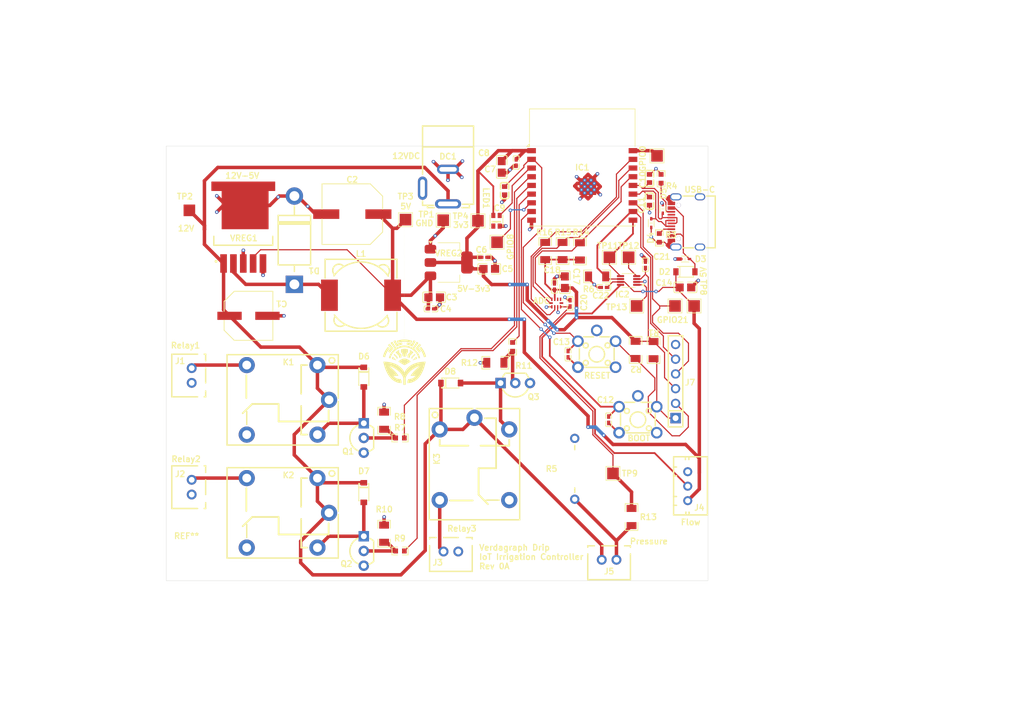
<source format=kicad_pcb>
(kicad_pcb (version 20241229) (generator "pcbnew") (generator_version "9.0")
  (layers (0 "F.Cu" signal) (2 "B.Cu" signal) (13 "F.Paste" user) (15 "B.Paste" user) (5 "F.SilkS" user "F.Silkscreen") (7 "B.SilkS" user "B.Silkscreen") (1 "F.Mask" user) (3 "B.Mask" user) (25 "Edge.Cuts" user))
  (net 0 "")
  (net 1 "GND")
  (net 2 "+12V")
  (net 3 "+5V")
  (net 4 "+3.3V")
  (net 5 "CHIP_PU")
  (net 6 "D+")
  (net 7 "D-")
  (net 8 "GPIO9")
  (net 9 "Net-(D1-K)")
  (net 10 "Net-(D2-A)")
  (net 11 "Net-(D6-A)")
  (net 12 "Net-(D7-A)")
  (net 13 "Net-(D8-A)")
  (net 15 "SDA")
  (net 16 "Relay2")
  (net 17 "Relay1")
  (net 18 "SCLK")
  (net 19 "RGB")
  (net 20 "Relay3")
  (net 21 "Flow Sensor Enable")
  (net 22 "Flow Sensor Data")
  (net 23 "Net-(IC2-B2)")
  (net 24 "Net-(IC2-B1)")
  (net 25 "Net-(IC2-A2)")
  (net 30 "Net-(Q1-B)")
  (net 31 "Net-(Q2-B)")
  (net 32 "Net-(Q3-B)")
  (net 33 "Net-(USBC1-CC1)")
  (net 34 "Net-(USBC1-CC2)")
  (net 37 "Net-(J1-Pin_1)")
  (net 38 "Net-(J2-Pin_1)")
  (net 39 "Net-(J3-Pin_1)")
  (net 40 "Net-(J5-Pin_2)")
  (net 41 "Net-(IC1-IO8)")
  (net 42 "IO21")
  (net 43 "Pressure Sensor Voltage")
  (net 44 "Net-(IC1-IO0)")
  (net 45 "ADC Alert")
  (footprint "TestPoint:TestPoint_Pad_2.0x2.0mm" (layer "F.Cu") (at 193.08 89.1)
    (property "Reference" "GPIO21")
    (property "Value" "~")
  )
  (footprint "easyeda2kicad:R1206" (layer "F.Cu") (at 179.645 84)
    (property "Reference" "R6")
    (property "Value" "10000")
  )
  (footprint "easyeda2kicad:CONN-TH_B2B-XH-A-LF-SN" (layer "F.Cu") (at 154.41 131.4725 180)
    (property "Reference" "J3")
    (property "Value" "Conn_01x02_Socket")
  )
  (footprint "TestPoint:TestPoint_Pad_2.0x2.0mm" (layer "F.Cu") (at 159.08 74.4)
    (property "Reference" "TP4")
    (property "Value" "TestPoint" (hide yes))
  )
  (footprint "easyeda2kicad:C0402" (layer "F.Cu") (at 187.98 82 -90)
    (property "Reference" "C21")
    (property "Value" "0.1uF")
  )
  (footprint "easyeda2kicad:TO-92-3_L4.8-W3.7-P2.54-R" (layer "F.Cu") (at 139.38 111.88 90)
    (property "Reference" "Q1")
    (property "Value" "BC337")
  )
  (footprint "easyeda2kicad:R0603" (layer "F.Cu") (at 190.38 77.35 -90)
    (property "Reference" "R3")
    (property "Value" "5100")
  )
  (footprint "easyeda2kicad:SW-TH_5P-L6.0-W6.0-P4.50-LS6.5" (layer "F.Cu") (at 179.58 96.5 180)
    (property "Reference" "SW2" (hide yes))
    (property "Value" "SW_Push" (hide yes))
  )
  (footprint "easyeda2kicad:SOD-123_L2.7-W1.6-LS3.7-RD" (layer "F.Cu") (at 194.88 83.2)
    (property "Reference" "D2")
    (property "Value" "1N5819")
  )
  (footprint "easyeda2kicad:CONN-TH_3P-P2.50_A2501WV2-3P" (layer "F.Cu") (at 195.28 120.2 90)
    (property "Reference" "J4")
    (property "Value" "Conn_01x03_Socket")
  )
  (footprint "easyeda2kicad:C0402" (layer "F.Cu") (at 181.63 108.73 -90)
    (property "Reference" "C12")
    (property "Value" "0.1uF")
  )
  (footprint "TestPoint:TestPoint_Pad_2.0x2.0mm" (layer "F.Cu") (at 162.38 78.1)
    (property "Reference" "GPIO8")
    (property "Value" "~")
  )
  (footprint "easyeda2kicad:IND-SMD_L12.3-W12.3" (layer "F.Cu") (at 138.9 87.25)
    (property "Reference" "L1")
    (property "Value" "330uH")
  )
  (footprint "easyeda2kicad:C0805" (layer "F.Cu") (at 163.18 65.1 90)
    (property "Reference" "C7")
    (property "Value" "10uF")
  )
  (footprint "easyeda2kicad:C0402" (layer "F.Cu") (at 174.98 88.65 90)
    (property "Reference" "C20")
    (property "Value" "0.1uF")
  )
  (footprint "easyeda2kicad:X2QFN-10_L2.0-W1.5-P0.50-TL_RUG0010B" (layer "F.Cu") (at 172.58 88.6 90)
    (property "Reference" "U1" (hide yes))
    (property "Value" "ADS1115IRUGT")
  )
  (footprint "easyeda2kicad:C0603" (layer "F.Cu") (at 188.68 67.1 90)
    (property "Reference" "C10")
    (property "Value" "22pF")
  )
  (footprint "easyeda2kicad:R1206" (layer "F.Cu") (at 176.68 79.68 -90)
    (property "Reference" "R14")
    (property "Value" "10000")
  )
  (footprint "easyeda2kicad:RES-TH_BD2.2-L6.5-P10.50-D0.6" (layer "F.Cu") (at 175.78 117.2 90)
    (property "Reference" "R5")
    (property "Value" "120")
  )
  (footprint "RF_Module:ESP32-C3-WROOM-02" (layer "F.Cu") (at 177.08 68.3)
    (property "Reference" "IC1")
    (property "Value" "ESP32-C3-WROOM-02-H4")
  )
  (footprint "Package_SO:VSSOP-8_2.3x2mm_P0.5mm" (layer "F.Cu") (at 185.08 84.7 180)
    (property "Reference" "IC2")
    (property "Value" "TXS0102DCU")
  )
  (footprint "MountingHole:MountingHole_3.2mm_M3" (layer "F.Cu") (at 108.8 133)
    (property "Reference" "REF**")
    (property "Value" "MountingHole_3.2mm_M3")
  )
  (footprint "TestPoint:TestPoint_Pad_2.0x2.0mm" (layer "F.Cu") (at 186.465 89.1 -90)
    (property "Reference" "TP13")
    (property "Value" "TestPoint" (hide yes))
  )
  (footprint "easyeda2kicad:SOD-523_L1.2-W0.8-LS1.6-BI" (layer "F.Cu") (at 190.98 72.35 -90)
    (property "Reference" "D5")
    (property "Value" "LESD5D5.0CT1G")
  )
  (footprint "easyeda2kicad:TO-92-3_L4.8-W3.7-P2.54-R" (layer "F.Cu") (at 165.52 102.4 180)
    (property "Reference" "Q3")
    (property "Value" "BC337")
  )
  (footprint "MountingHole:MountingHole_3.2mm_M3" (layer "F.Cu") (at 108.8 65)
    (property "Reference" "REF**" (hide yes))
    (property "Value" "MountingHole_3.2mm_M3")
  )
  (footprint "easyeda2kicad:RELAY-TH_SRD-XXVDC-XL-C" (layer "F.Cu") (at 126.28 124.8 180)
    (property "Reference" "K2")
    (property "Value" "SRD-12VDC-SL-C")
  )
  (footprint "TestPoint:TestPoint_Pad_2.0x2.0mm" (layer "F.Cu") (at 182.38 118)
    (property "Reference" "TP9")
    (property "Value" "TestPoint" (hide yes))
  )
  (footprint "easyeda2kicad:TO-92-3_L4.8-W3.7-P2.54-R" (layer "F.Cu") (at 139.38 131.38 90)
    (property "Reference" "Q2")
    (property "Value" "BC337")
  )
  (footprint "TestPoint:TestPoint_Pad_2.0x2.0mm" (layer "F.Cu") (at 109.28 72.6)
    (property "Reference" "TP2")
    (property "Value" "~" (hide yes))
  )
  (footprint "easyeda2kicad:R1206" (layer "F.Cu") (at 189.38 96.72 -90)
    (property "Reference" "R2")
    (property "Value" "10000")
  )
  (footprint "easyeda2kicad:C0402" (layer "F.Cu") (at 172.28 85.75 90)
    (property "Reference" "C18")
    (property "Value" "0.1uF")
  )
  (footprint "easyeda2kicad:C0402" (layer "F.Cu") (at 160.18 80.7)
    (property "Reference" "C6")
    (property "Value" "0.1uF")
  )
  (footprint "easyeda2kicad:R1206" (layer "F.Cu") (at 142.88 128.4 90)
    (property "Reference" "R10")
    (property "Value" "10000")
  )
  (footprint "easyeda2kicad:TO-263-5_L10.2-W8.9-P1.70-TL" (layer "F.Cu") (at 118.58 76.76 90)
    (property "Reference" "VREG1")
    (property "Value" "LM2575T-5.0")
  )
  (footprint "MountingHole:MountingHole_3.2mm_M3" (layer "F.Cu") (at 195.3 65)
    (property "Reference" "REF**" (hide yes))
    (property "Value" "MountingHole_3.2mm_M3")
  )
  (footprint "TestPoint:TestPoint_Pad_2.0x2.0mm" (layer "F.Cu") (at 153.08 74.3)
    (property "Reference" "TP1")
    (property "Value" "~" (hide yes))
  )
  (footprint "easyeda2kicad:USB-C_SMD-TYPE-C-31-M-12" (layer "F.Cu") (at 194.9275 74.6 90)
    (property "Reference" "USBC1" (hide yes))
    (property "Value" "TYPE-C-31-M-12")
  )
  (footprint "easyeda2kicad:SOD-523_L1.2-W0.8-LS1.6-BI" (layer "F.Cu") (at 188.98 74.8 90)
    (property "Reference" "D4")
    (property "Value" "LESD5D5.0CT1G")
  )
  (footprint "easyeda2kicad:SOD-523_L1.2-W0.8-LS1.6-BI" (layer "F.Cu") (at 194.83 81)
    (property "Reference" "D3")
    (property "Value" "LESD5D5.0CT1G")
  )
  (footprint "easyeda2kicad:SOD-123_L2.8-W1.8-LS3.7-RD" (layer "F.Cu") (at 139.38 121.3 -90)
    (property "Reference" "D7")
    (property "Value" "1N4148W")
  )
  (footprint "easyeda2kicad:C0805" (layer "F.Cu") (at 161.03 82.7)
    (property "Reference" "C5")
    (property "Value" "10uF")
  )
  (footprint "easyeda2kicad:R0603" (layer "F.Cu") (at 145.63 111.88 180)
    (property "Reference" "R7")
    (property "Value" "1000")
  )
  (footprint "easyeda2kicad:HDR-TH_6P-P2.54-V-F" (layer "F.Cu") (at 193.18 102.1 90)
    (property "Reference" "J7")
    (property "Value" "Conn_01x06_Socket")
  )
  (footprint "easyeda2kicad:CAP-SMD_BD10.0-L10.3-W10.3-FD" (layer "F.Cu") (at 137.4 73.25 180)
    (property "Reference" "C2")
    (property "Value" "330uF")
  )
  (footprint "easyeda2kicad:R0603" (layer "F.Cu") (at 190.68 67.15 90)
    (property "Reference" "R4")
    (property "Value" "5100")
  )
  (footprint "easyeda2kicad:SW-TH_5P-L6.0-W6.0-P4.50-LS6.5" (layer "F.Cu") (at 186.68 107.8 180)
    (property "Reference" "SW1" (hide yes))
    (property "Value" "SW_Push" (hide yes))
  )
  (footprint "Drip:logo_small" (layer "F.Cu") (at 146.4 98.8)
    (property "Reference" "G***" (hide yes))
    (property "Value" "LOGO" (hide yes))
  )
  (footprint "easyeda2kicad:R0603" (layer "F.Cu") (at 145.63 131.38 180)
    (property "Reference" "R9")
    (property "Value" "1000")
  )
  (footprint "TestPoint:TestPoint_Pad_2.0x2.0mm" (layer "F.Cu") (at 189.98 63.2)
    (property "Reference" "GPIO0")
    (property "Value" "~")
  )
  (footprint "easyeda2kicad:LED-SMD_4P-L2.0-W2.0-TL_WS2812B-2020" (layer "F.Cu") (at 162.28 74.4 90)
    (property "Reference" "LED1")
    (property "Value" "WS2812B-2020" (hide yes))
  )
  (footprint "easyeda2kicad:C0402" (layer "F.Cu") (at 165.68 64.35 90)
    (property "Reference" "C8")
    (property "Value" "0.1uF")
  )
  (footprint "easyeda2kicad:C0402" (layer "F.Cu") (at 180.815 85.9 180)
    (property "Reference" "C22")
    (property "Value" "0.1uF")
  )
  (footprint "TestPoint:TestPoint_Pad_2.0x2.0mm" (layer "F.Cu") (at 146.58 74.2)
    (property "Reference" "TP3")
    (property "Value" "TestPoint" (hide yes))
  )
  (footprint "easyeda2kicad:C0805" (layer "F.Cu") (at 151.53 87.6)
    (property "Reference" "C3")
    (property "Value" "10uF")
  )
  (footprint "MountingHole:MountingHole_3.2mm_M3" (layer "F.Cu") (at 195.3 132.9)
    (property "Reference" "REF**" (hide yes))
    (property "Value" "MountingHole_3.2mm_M3")
  )
  (footprint "easyeda2kicad:R1206" (layer "F.Cu") (at 142.88 108.9 90)
    (property "Reference" "R8")
    (property "Value" "10000")
  )
  (footprint "TestPoint:TestPoint_Pad_2.0x2.0mm" (layer "F.Cu") (at 181.765 80.7 -90)
    (property "Reference" "TP11")
    (property "Value" "TestPoint" (hide yes))
  )
  (footprint "easyeda2kicad:C0805" (layer "F.Cu") (at 194.88 85.9)
    (property "Reference" "C14")
    (property "Value" "10uF")
  )
  (footprint "easyeda2kicad:R1206" (layer "F.Cu") (at 173.68 79.62 -90)
    (property "Reference" "R15")
    (property "Value" "10000")
  )
  (footprint "easyeda2kicad:CAP-SMD_BD8.0-L8.3-W8.3-FD" (layer "F.Cu") (at 119.48 90.8)
    (property "Reference" "C1")
    (property "Value" "100uF")
  )
  (footprint "TestPoint:TestPoint_Pad_2.0x2.0mm" (layer "F.Cu") (at 185.08 80.7 -90)
    (property "Reference" "TP12")
    (property "Value" "TestPoint" (hide yes))
  )
  (footprint "easyeda2kicad:R1206" (layer "F.Cu") (at 162.08 98.9 180)
    (property "Reference" "R12")
    (property "Value" "10000")
  )
  (footprint "easyeda2kicad:DC-IN-TH_EJ508A" (layer "F.Cu") (at 151.7175 68.5025 180)
    (property "Reference" "DC1")
    (property "Value" "EJ508A")
  )
  (footprint "easyeda2kicad:C0603" (layer "F.Cu") (at 163.68 69.2 90)
    (property "Reference" "C9")
    (property "Value" "1uF" (hide yes))
  )
  (footprint "easyeda2kicad:SOD-123_L2.8-W1.8-LS3.7-RD" (layer "F.Cu") (at 139.38 101.38 -90)
    (property "Reference" "D6")
    (property "Value" "1N4148W")
  )
  (footprint "easyeda2kicad:R1206" (layer "F.Cu") (at 170.68 79.62 -90)
    (property "Reference" "R16")
    (property "Value" "10000")
  )
  (footprint "Package_TO_SOT_SMD:SOT-223-3_TabPin2" (layer "F.Cu") (at 154.03 81.6)
    (property "Reference" "VREG2")
    (property "Value" "AMS1117")
  )
  (footprint "easyeda2kicad:CONN-TH_B2B-XH-A-LF-SN" (layer "F.Cu") (at 181.71 132.9 180)
    (property "Reference" "J5")
    (property "Value" "Conn_01x02_Socket")
  )
  (footprint "easyeda2kicad:R1206" (layer "F.Cu") (at 186.28 96.68 -90)
    (property "Reference" "R1")
    (property "Value" "10000")
  )
  (footprint "easyeda2kicad:C0402" (layer "F.Cu") (at 150.98 89.6)
    (property "Reference" "C4")
    (property "Value" "0.1uF")
  )
  (footprint "easyeda2kicad:C0805" (layer "F.Cu") (at 174.08 85 90)
    (property "Reference" "C17")
    (property "Value" "10uF")
  )
  (footprint "easyeda2kicad:C0402" (layer "F.Cu") (at 174.63 97.42 -90)
    (property "Reference" "C13")
    (property "Value" "0.1uF")
  )
  (footprint "TestPoint:TestPoint_Pad_2.0x2.0mm" (layer "F.Cu") (at 196.38 89.1 90)
    (property "Reference" "TP8")
    (property "Value" "TestPoint" (hide yes))
  )
  (footprint "easyeda2kicad:SOD-123_L2.8-W1.8-LS3.7-RD" (layer "F.Cu") (at 154.38 102.4)
    (property "Reference" "D8")
    (property "Value" "1N4148W")
  )
  (footprint "easyeda2kicad:R0603" (layer "F.Cu") (at 165.06 96.15 -90)
    (property "Reference" "R11")
    (property "Value" "1000")
  )
  (footprint "easyeda2kicad:CONN-TH_B2B-XH-A-LF-SN" (layer "F.Cu") (at 109.68 101.1 90)
    (property "Reference" "J1")
    (property "Value" "Conn_01x02_Socket")
  )
  (footprint "easyeda2kicad:RELAY-TH_SRD-XXVDC-XL-C" (layer "F.Cu") (at 158.48 115.5 -90)
    (property "Reference" "K3")
    (property "Value" "SRD-12VDC-SL-C")
  )
  (footprint "easyeda2kicad:R1206" (layer "F.Cu") (at 185.58 125.52 -90)
    (property "Reference" "R13")
    (property "Value" "10000")
  )
  (footprint "easyeda2kicad:DO-201AD_BD5.3-L8.4-P12.50-D1.4-FD" (layer "F.Cu") (at 127.4 77.75 90)
    (property "Reference" "D1")
    (property "Value" "1N5822")
  )
  (footprint "easyeda2kicad:RELAY-TH_SRD-XXVDC-XL-C" (layer "F.Cu") (at 126.28 105.3 180)
    (property "Reference" "K1")
    (property "Value" "SRD-12VDC-SL-C")
  )
  (footprint "easyeda2kicad:CONN-TH_B2B-XH-A-LF-SN" (layer "F.Cu") (at 109.68 120.37 90)
    (property "Reference" "J2")
    (property "Value" "Conn_01x02_Socket")
  )
  (footprint "easyeda2kicad:C0603" (layer "F.Cu") (at 188.68 71 -90)
    (property "Reference" "C11")
    (property "Value" "22pF")
  )
  (gr_rect (start 105.28 61.5) (end 198.78 136.5) (stroke (width 0.05)) (fill no) (layer "Edge.Cuts"))
  (gr_text "BOOT" (at 184.78 112.5 0) (layer "F.SilkS") (effects (font (size 1 1) (thickness 0.2)) (justify left bottom)))
  (gr_text "5V" (at 145.58 72.5 0) (layer "F.SilkS") (effects (font (size 1 1) (thickness 0.2)) (justify left bottom)))
  (gr_text "Verdagraph Drip\nIoT Irrigation Controller\nRev 0A" (at 159.18 134.6 0) (layer "F.SilkS") (effects (font (size 1 1) (thickness 0.2)) (justify left bottom)))
  (gr_text "12VDC" (at 144.18 63.8 0) (layer "F.SilkS") (effects (font (size 1 1) (thickness 0.2)) (justify left bottom)))
  (gr_text "ADC" (at 168.48 88.8 0) (layer "F.SilkS") (effects (font (size 1 1) (thickness 0.2)) (justify left bottom)))
  (gr_text "RESET" (at 177.28 101.7 0) (layer "F.SilkS") (effects (font (size 1 1) (thickness 0.2)) (justify left bottom)))
  (gr_text "5V" (at 198.58 84.3 90) (layer "F.SilkS") (effects (font (size 1 1) (thickness 0.2)) (justify left bottom)))
  (gr_text "Relay3" (at 153.68 128.1 0) (layer "F.SilkS") (effects (font (size 1 1) (thickness 0.2)) (justify left bottom)))
  (gr_text "5V-3v3" (at 155.38 86.7 0) (layer "F.SilkS") (effects (font (size 1 1) (thickness 0.2)) (justify left bottom)))
  (gr_text "3v3" (at 154.68 75.7 0) (layer "F.SilkS") (effects (font (size 1 1) (thickness 0.2)) (justify left bottom)))
  (gr_text "Pressure" (at 185.2 130.3 0) (layer "F.SilkS") (effects (font (size 1 1) (thickness 0.2)) (justify left bottom)))
  (gr_text "USB-C" (at 194.6 69.6 0) (layer "F.SilkS") (effects (font (size 1 1) (thickness 0.2)) (justify left bottom)))
  (gr_text "12V-5V" (at 115.38 67.2 0) (layer "F.SilkS") (effects (font (size 1 1) (thickness 0.2)) (justify left bottom)))
  (gr_text "Flow" (at 193.98 127 0) (layer "F.SilkS") (effects (font (size 1 1) (thickness 0.2)) (justify left bottom)))
  (gr_text "GND" (at 148.18 75.4 0) (layer "F.SilkS") (effects (font (size 1 1) (thickness 0.2)) (justify left bottom)))
  (gr_text "Relay1" (at 105.98 96.5 0) (layer "F.SilkS") (effects (font (size 1 1) (thickness 0.2)) (justify left bottom)))
  (gr_text "12V" (at 107.2 76.3 0) (layer "F.SilkS") (effects (font (size 1 1) (thickness 0.2)) (justify left bottom)))
  (gr_text "Relay2" (at 106.08 116.1 0) (layer "F.SilkS") (effects (font (size 1 1) (thickness 0.2)) (justify left bottom)))
  (segment (start 152.7225 65.5225) (end 151.4 64.2) (width 0.6) (layer "F.Cu") (net 1))
  (segment (start 176.94 67.95) (end 177.49 67.95) (width 0.6) (layer "F.Cu") (net 1))
  (segment (start 151.73 89.6) (end 152.43 88.9) (width 0.6) (layer "F.Cu") (net 1))
  (segment (start 179.14 69.05) (end 179.63 69.05) (width 0.6) (layer "F.Cu") (net 1))
  (segment (start 168.33 75.57) (end 168 75.9) (width 0.6) (layer "F.Cu") (net 1))
  (segment (start 178.59 69.6) (end 178.59 70.09) (width 0.6) (layer "F.Cu") (net 1))
  (segment (start 190.38 78.1) (end 191.28 78.1) (width 0.2) (layer "F.Cu") (net 1))
  (segment (start 176.94 67.95) (end 176.94 67.64) (width 0.6) (layer "F.Cu") (net 1))
  (segment (start 177.49 68.5) (end 178.04 67.95) (width 0.6) (layer "F.Cu") (net 1))
  (segment (start 192.4575 71.25) (end 192.43 71.25) (width 0.6) (layer "F.Cu") (net 1))
  (segment (start 180.265 85.9) (end 179.665 85.9) (width 0.3) (layer "F.Cu") (net 1))
  (segment (start 177.49 67.4) (end 177.49 66.99) (width 0.6) (layer "F.Cu") (net 1))
  (segment (start 152.53 87.6) (end 152.53 88.8) (width 0.6) (layer "F.Cu") (net 1))
  (segment (start 189.9 78.1) (end 189 77.2) (width 0.2) (layer "F.Cu") (net 1))
  (segment (start 118.58 79.52) (end 118.6 79.5) (width 0.6) (layer "F.Cu") (net 1))
  (segment (start 187.807012 84.95) (end 187.88 84.877012) (width 0.2) (layer "F.Cu") (net 1))
  (segment (start 115.15 71.75) (end 114 72.9) (width 0.6) (layer "F.Cu") (net 1))
  (segment (start 178.59 70.09) (end 178.08 70.6) (width 0.6) (layer "F.Cu") (net 1))
  (segment (start 142.88 107.42) (end 142.88 106.12) (width 0.6) (layer "F.Cu") (net 1))
  (segment (start 162.03 82.7) (end 162.03 81.33) (width 0.6) (layer "F.Cu") (net 1))
  (segment (start 124.77 70.13) (end 124.6 70.3) (width 0.6) (layer "F.Cu") (net 1))
  (segment (start 191.28 78.1) (end 191.78 78.6) (width 0.2) (layer "F.Cu") (net 1))
  (segment (start 172.28 84.42) (end 172.7 84) (width 0.6) (layer "F.Cu") (net 1))
  (segment (start 153.9175 65.5225) (end 154.9775 65.5225) (width 0.6) (layer "F.Cu") (net 1))
  (segment (start 178.59 66.91) (end 178.34 66.66) (width 0.6) (layer "F.Cu") (net 1))
  (segment (start 194.08 81) (end 193.1 81) (width 0.6) (layer "F.Cu") (net 1))
  (segment (start 178.34 66.66) (end 178.08 66.4) (width 0.6) (layer "F.Cu") (net 1))
  (segment (start 161.4 80.7) (end 162 81.3) (width 0.6) (layer "F.Cu") (net 1))
  (segment (start 188.98 75.55) (end 188.98 77.18) (width 0.2) (layer "F.Cu") (net 1))
  (segment (start 127.93 70.13) (end 129.7 71.9) (width 0.6) (layer "F.Cu") (net 1))
  (segment (start 176.23 67.95) (end 175.78 68.4) (width 0.6) (layer "F.Cu") (net 1))
  (segment (start 121.98 83.78) (end 122 83.8) (width 0.6) (layer "F.Cu") (net 1))
  (segment (start 150.88 77.82) (end 151.7 77) (width 0.6) (layer "F.Cu") (net 1))
  (segment (start 190.38 78.1) (end 189.9 78.1) (width 0.2) (layer "F.Cu") (net 1))
  (segment (start 121.98 81.77) (end 121.98 83.78) (width 0.6) (layer "F.Cu") (net 1))
  (segment (start 154.9775 65.5225) (end 156.4 64.1) (width 0.6) (layer "F.Cu") (net 1))
  (segment (start 176.94 67.64) (end 176.1 66.8) (width 0.6) (layer "F.Cu") (net 1))
  (segment (start 174.6 88.1) (end 174.1 87.6) (width 0.3) (layer "F.Cu") (net 1))
  (segment (start 188.68 66.4) (end 188.8 66.4) (width 0.2) (layer "F.Cu") (net 1))
  (segment (start 178.6 67.4) (end 179.7 66.3) (width 0.6) (layer "F.Cu") (net 1))
  (segment (start 174.98 88.1) (end 174.6 88.1) (width 0.3) (layer "F.Cu") (net 1))
  (segment (start 160.6 98.9) (end 159.5 98.9) (width 0.6) (layer "F.Cu") (net 1))
  (segment (start 118.9 71.75) (end 115.65 71.75) (width 0.6) (layer "F.Cu") (net 1))
  (segment (start 176.94 69.05) (end 176.43 69.05) (width 0.6) (layer "F.Cu") (net 1))
  (segment (start 153.08 74.3) (end 153.08 75.62) (width 0.6) (layer "F.Cu") (net 1))
  (segment (start 123.15 71.75) (end 124.6 70.3) (width 0.6) (layer "F.Cu") (net 1))
  (segment (start 170.95 89.25) (end 170.9 89.3) (width 0.2) (layer "F.Cu") (net 1))
  (segment (start 164.1 66.1) (end 164.6 65.6) (width 0.6) (layer "F.Cu") (net 1))
  (segment (start 177.49 69.6) (end 177.49 69.81) (width 0.6) (layer "F.Cu") (net 1))
  (segment (start 177.49 66.99) (end 178.08 66.4) (width 0.6) (layer "F.Cu") (net 1))
  (segment (start 162.03 81.33) (end 162 81.3) (width 0.6) (layer "F.Cu") (net 1))
  (segment (start 163.68 70.72) (end 163.2 71.2) (width 0.6) (layer "F.Cu") (net 1))
  (segment (start 177.49 67.4) (end 177.49 67.95) (width 0.6) (layer "F.Cu") (net 1))
  (segment (start 160.73 80.7) (end 161.4 80.7) (width 0.6) (layer "F.Cu") (net 1))
  (segment (start 177.49 67.95) (end 178.04 68.5) (width 0.6) (layer "F.Cu") (net 1))
  (segment (start 193.2175 78.93) (end 192.11 78.93) (width 0.6) (layer "F.Cu") (net 1))
  (segment (start 142.88 126.92) (end 142.88 125.52) (width 0.6) (layer "F.Cu") (net 1))
  (segment (start 177.49 69.6) (end 176.94 69.05) (width 0.6) (layer "F.Cu") (net 1))
  (segment (start 153.9175 65.5225) (end 152.7225 65.5225) (width 0.6) (layer "F.Cu") (net 1))
  (segment (start 132.9 73.25) (end 131.05 73.25) (width 0.6) (layer "F.Cu") (net 1))
  (segment (start 188.98 77.18) (end 189 77.2) (width 0.2) (layer "F.Cu") (net 1))
  (segment (start 115.65 71.75) (end 114 70.1) (width 0.6) (layer "F.Cu") (net 1))
  (segment (start 176.43 69.05) (end 175.78 68.4) (width 0.6) (layer "F.Cu") (net 1))
  (segment (start 153.9175 67.3825) (end 153.9 67.4) (width 0.6) (layer "F.Cu") (net 1))
  (segment (start 163.88 75.32) (end 163.9 75.3) (width 0.6) (layer "F.Cu") (net 1))
  (segment (start 154.9225 65.5225) (end 156.3 66.9) (width 0.6) (layer "F.Cu") (net 1))
  (segment (start 192.43 71.25) (end 191.78 70.6) (width 0.6) (layer "F.Cu") (net 1))
  (segment (start 178.59 67.4) (end 178.59 66.91) (width 0.6) (layer "F.Cu") (net 1))
  (segment (start 178.04 69.05) (end 177.49 68.5) (width 0.6) (layer "F.Cu") (net 1))
  (segment (start 172.28 85.2) (end 172.28 84.42) (width 0.6) (layer "F.Cu") (net 1))
  (segment (start 177.49 68.5) (end 176.94 69.05) (width 0.6) (layer "F.Cu") (net 1))
  (segment (start 171.83 89.25) (end 170.95 89.25) (width 0.2) (layer "F.Cu") (net 1))
  (segment (start 127.4 70.13) (end 124.77 70.13) (width 0.6) (layer "F.Cu") (net 1))
  (segment (start 179.14 69.05) (end 179.35 69.05) (width 0.6) (layer "F.Cu") (net 1))
  (segment (start 179.665 85.9) (end 179.165 85.4) (width 0.3) (layer "F.Cu") (net 1))
  (segment (start 183.43 110.97) (end 183.32 110.97) (width 0.3) (layer "F.Cu") (net 1))
  (segment (start 180.09 68.41) (end 180.18 68.5) (width 0.6) (layer "F.Cu") (net 1))
  (segment (start 153.9175 65.5225) (end 153.9175 67.3825) (width 0.6) (layer "F.Cu") (net 1))
  (segment (start 178.04 67.95) (end 178.59 67.4) (width 0.6) (layer "F.Cu") (net 1))
  (segment (start 176.94 67.95) (end 176.23 67.95) (width 0.6) (layer "F.Cu") (net 1))
  (segment (start 177.49 70.01) (end 178.08 70.6) (width 0.6) (layer "F.Cu") (net 1))
  (segment (start 151.53 89.6) (end 151.73 89.6) (width 0.6) (layer "F.Cu") (net 1))
  (segment (start 162.83 75.32) (end 163.88 75.32) (width 0.6) (layer "F.Cu") (net 1))
  (segment (start 153.08 75.62) (end 151.7 77) (width 0.6) (layer "F.Cu") (net 1))
  (segment (start 192.43 77.95) (end 191.78 78.6) (width 0.6) (layer "F.Cu") (net 1))
  (segment (start 122.05 81.7) (end 121.98 81.77) (width 0.6) (layer "F.Cu") (net 1))
  (segment (start 179.14 69.05) (end 178.59 69.05) (width 0.6) (layer "F.Cu") (net 1))
  (segment (start 118.9 71.75) (end 123.15 71.75) (width 0.6) (layer "F.Cu") (net 1))
  (segment (start 183.32 110.97) (end 181.63 109.28) (width 0.3) (layer "F.Cu") (net 1))
  (segment (start 176.33 99.67) (end 174.63 97.97) (width 0.3) (layer "F.Cu") (net 1))
  (segment (start 188.8 66.4) (end 189.8 65.4) (width 0.2) (layer "F.Cu") (net 1))
  (segment (start 165.68 64.9) (end 165.3 64.9) (width 0.6) (layer "F.Cu") (net 1))
  (segment (start 192.11 70.27) (end 191.78 70.6) (width 0.6) (layer "F.Cu") (net 1))
  (segment (start 195.9 85.9) (end 197.1 84.7) (width 0.6) (layer "F.Cu") (net 1))
  (segment (start 163.68 69.9) (end 163.68 70.72) (width 0.6) (layer "F.Cu") (net 1))
  (segment (start 193.2175 70.27) (end 192.11 70.27) (width 0.6) (layer "F.Cu") (net 1))
  (segment (start 190.68 66.4) (end 190.68 66.28) (width 0.2) (layer "F.Cu") (net 1))
  (segment (start 190.98 71.498471) (end 190.805 71.323471) (width 0.2) (layer "F.Cu") (net 1))
  (segment (start 190.98 71.6) (end 190.98 71.498471) (width 0.2) (layer "F.Cu") (net 1))
  (segment (start 163.18 66.1) (end 164.1 66.1) (width 0.6) (layer "F.Cu") (net 1))
  (segment (start 179.35 69.05) (end 180.2 69.9) (width 0.6) (layer "F.Cu") (net 1))
  (segment (start 127.4 70.13) (end 127.93 70.13) (width 0.6) (layer "F.Cu") (net 1))
  (segment (start 188.68 72.98) (end 188.7 73) (width 0.2) (layer "F.Cu") (net 1))
  (segment (start 188.68 71.7) (end 188.68 72.98) (width 0.2) (layer "F.Cu") (net 1))
  (segment (start 122.75 90.8) (end 125.6 90.8) (width 0.6) (layer "F.Cu") (net 1))
  (segment (start 174.08 84) (end 172.7 84) (width 0.6) (layer "F.Cu") (net 1))
  (segment (start 186.48 84.95) (end 187.807012 84.95) (width 0.2) (layer "F.Cu") (net 1))
  (segment (start 179.63 67.95) (end 180.09 68.41) (width 0.6) (layer "F.Cu") (net 1))
  (segment (start 190.68 66.28) (end 189.8 65.4) (width 0.2) (layer "F.Cu") (net 1))
  (segment (start 178.34 66.66) (end 180.09 68.41) (width 0.6) (layer "F.Cu") (net 1))
  (segment (start 172.83 89.25) (end 172.83 90.13) (width 0.2) (layer "F.Cu") (net 1))
  (segment (start 178.04 67.95) (end 178.59 68.5) (width 0.6) (layer "F.Cu") (net 1))
  (segment (start 195.88 85.9) (end 195.9 85.9) (width 0.6) (layer "F.Cu") (net 1))
  (segment (start 153.9175 65.5225) (end 154.9225 65.5225) (width 0.6) (layer "F.Cu") (net 1))
  (segment (start 177.49 69.6) (end 177.49 70.01) (width 0.6) (layer "F.Cu") (net 1))
  (segment (start 178.165 84.4) (end 179.165 85.4) (width 0.3) (layer "F.Cu") (net 1))
  (segment (start 179.14 67.95) (end 179.63 67.95) (width 0.6) (layer "F.Cu") (net 1))
  (segment (start 142.88 106.12) (end 142.9 106.1) (width 0.6) (layer "F.Cu") (net 1))
  (segment (start 178.59 68.5) (end 179.14 67.95) (width 0.6) (layer "F.Cu") (net 1))
  (segment (start 178.59 67.4) (end 178.6 67.4) (width 0.6) (layer "F.Cu") (net 1))
  (segment (start 152.53 88.8) (end 152.43 88.9) (width 0.6) (layer "F.Cu") (net 1))
  (segment (start 178.04 67.95) (end 177.49 67.4) (width 0.6) (layer "F.Cu") (net 1))
  (segment (start 118.4 81.59) (end 118.58 81.77) (width 0.6) (layer "F.Cu") (net 1))
  (segment (start 177.49 69.81) (end 176.7 70.6) (width 0.6) (layer "F.Cu") (net 1))
  (segment (start 118.58 81.77) (end 118.58 79.52) (width 0.6) (layer "F.Cu") (net 1))
  (segment (start 168.33 74.3) (end 168.33 75.57) (width 0.6) (layer "F.Cu") (net 1))
  (segment (start 178.59 68.5) (end 178.04 69.05) (width 0.6) (layer "F.Cu") (net 1))
  (segment (start 187.98 81.45) (end 187.98 80.98) (width 0.6) (layer "F.Cu") (net 1))
  (segment (start 178.04 69.05) (end 178.59 69.6) (width 0.6) (layer "F.Cu") (net 1))
  (segment (start 179.63 69.05) (end 180.18 68.5) (width 0.6) (layer "F.Cu") (net 1))
  (segment (start 118.9 71.75) (end 115.15 71.75) (width 0.6) (layer "F.Cu") (net 1))
  (segment (start 165.3 64.9) (end 164.6 65.6) (width 0.6) (layer "F.Cu") (net 1))
  (segment (start 192.11 78.93) (end 191.78 78.6) (width 0.6) (layer "F.Cu") (net 1))
  (segment (start 178.59 69.05) (end 178.04 68.5) (width 0.6) (layer "F.Cu") (net 1))
  (segment (start 131.05 73.25) (end 129.7 71.9) (width 0.6) (layer "F.Cu") (net 1))
  (segment (start 192.4575 77.95) (end 192.43 77.95) (width 0.6) (layer "F.Cu") (net 1))
  (segment (start 172.83 90.13) (end 172.9 90.2) (width 0.2) (layer "F.Cu") (net 1))
  (segment (start 142.88 125.52) (end 142.9 125.5) (width 0.6) (layer "F.Cu") (net 1))
  (segment (start 187.98 80.98) (end 187.3 80.3) (width 0.6) (layer "F.Cu") (net 1))
  (segment (start 178.165 84) (end 178.165 84.4) (width 0.3) (layer "F.Cu") (net 1))
  (segment (start 150.88 79.3) (end 150.88 77.82) (width 0.6) (layer "F.Cu") (net 1))
  (via (at 153.9 67.4) (size 0.6) (drill 0.3) (layers "F.Cu" "B.Cu") (net 1))
  (via (at 151.4 64.2) (size 0.6) (drill 0.3) (layers "F.Cu" "B.Cu") (net 1))
  (via (at 180.2 69.9) (size 0.6) (drill 0.3) (layers "F.Cu" "B.Cu") (net 1))
  (via (at 189.8 65.4) (size 0.6) (drill 0.3) (layers "F.Cu" "B.Cu") (net 1))
  (via (at 168 75.9) (size 0.6) (drill 0.3) (layers "F.Cu" "B.Cu") (net 1))
  (via (at 162 81.3) (size 0.6) (drill 0.3) (layers "F.Cu" "B.Cu") (net 1))
  (via (at 156.4 64.1) (size 0.6) (drill 0.3) (layers "F.Cu" "B.Cu") (net 1))
  (via (at 122 83.8) (size 0.6) (drill 0.3) (layers "F.Cu" "B.Cu") (net 1))
  (via (at 170.9 89.3) (size 0.6) (drill 0.3) (layers "F.Cu" "B.Cu") (net 1))
  (via (at 176.7 70.6) (size 0.6) (drill 0.3) (layers "F.Cu" "B.Cu") (net 1))
  (via (at 172.7 84) (size 0.6) (drill 0.3) (layers "F.Cu" "B.Cu") (net 1))
  (via (at 142.9 125.5) (size 0.6) (drill 0.3) (layers "F.Cu" "B.Cu") (net 1))
  (via (at 176.1 66.8) (size 0.6) (drill 0.3) (layers "F.Cu" "B.Cu") (net 1))
  (via (at 125.6 90.8) (size 0.6) (drill 0.3) (layers "F.Cu" "B.Cu") (net 1))
  (via (at 179.165 85.4) (size 0.6) (drill 0.3) (layers "F.Cu" "B.Cu") (net 1))
  (via (at 190.805 71.323471) (size 0.6) (drill 0.3) (layers "F.Cu" "B.Cu") (net 1))
  (via (at 187.88 84.877012) (size 0.6) (drill 0.3) (layers "F.Cu" "B.Cu") (net 1))
  (via (at 172.9 90.2) (size 0.6) (drill 0.3) (layers "F.Cu" "B.Cu") (net 1))
  (via (at 156.3 66.9) (size 0.6) (drill 0.3) (layers "F.Cu" "B.Cu") (net 1))
  (via (at 174.1 87.6) (size 0.6) (drill 0.3) (layers "F.Cu" "B.Cu") (net 1))
  (via (at 179.7 66.3) (size 0.6) (drill 0.3) (layers "F.Cu" "B.Cu") (net 1))
  (via (at 187.3 80.3) (size 0.6) (drill 0.3) (layers "F.Cu" "B.Cu") (net 1))
  (via (at 197.1 84.7) (size 0.6) (drill 0.3) (layers "F.Cu" "B.Cu") (net 1))
  (via (at 114 70.1) (size 0.6) (drill 0.3) (layers "F.Cu" "B.Cu") (net 1))
  (via (at 124.6 70.3) (size 0.6) (drill 0.3) (layers "F.Cu" "B.Cu") (net 1))
  (via (at 163.2 71.2) (size 0.6) (drill 0.3) (layers "F.Cu" "B.Cu") (net 1))
  (via (at 159.5 98.9) (size 0.6) (drill 0.3) (layers "F.Cu" "B.Cu") (net 1))
  (via (at 152.43 88.9) (size 0.6) (drill 0.3) (layers "F.Cu" "B.Cu") (net 1))
  (via (at 118.6 79.5) (size 0.6) (drill 0.3) (layers "F.Cu" "B.Cu") (net 1))
  (via (at 188.7 73) (size 0.6) (drill 0.3) (layers "F.Cu" "B.Cu") (net 1))
  (via (at 114 72.9) (size 0.6) (drill 0.3) (layers "F.Cu" "B.Cu") (net 1))
  (via (at 193.1 81) (size 0.6) (drill 0.3) (layers "F.Cu" "B.Cu") (net 1))
  (via (at 151.7 77) (size 0.6) (drill 0.3) (layers "F.Cu" "B.Cu") (net 1))
  (via (at 142.9 106.1) (size 0.6) (drill 0.3) (layers "F.Cu" "B.Cu") (net 1))
  (via (at 163.9 75.3) (size 0.6) (drill 0.3) (layers "F.Cu" "B.Cu") (net 1))
  (via (at 129.7 71.9) (size 0.6) (drill 0.3) (layers "F.Cu" "B.Cu") (net 1))
  (via (at 189 77.2) (size 0.6) (drill 0.3) (layers "F.Cu" "B.Cu") (net 1))
  (via (at 164.6 65.6) (size 0.6) (drill 0.3) (layers "F.Cu" "B.Cu") (net 1))
  (segment (start 180.44 130.36) (end 180.44 132.9) (width 0.6) (layer "F.Cu") (net 2))
  (segment (start 128.48 129.7) (end 128.48 133.4) (width 0.6) (layer "F.Cu") (net 2))
  (segment (start 115.18 81.77) (end 115.18 89.77) (width 0.6) (layer "F.Cu") (net 2))
  (segment (start 145.78 135.5) (end 149.98 131.3) (width 0.6) (layer "F.Cu") (net 2))
  (segment (start 153.9175 69.2375) (end 149.88 65.2) (width 0.6) (layer "F.Cu") (net 2))
  (segment (start 111.88 67.5) (end 111.88 75.9) (width 0.6) (layer "F.Cu") (net 2))
  (segment (start 139.38 99.69) (end 131.77 99.69) (width 0.6) (layer "F.Cu") (net 2))
  (segment (start 131.38 99.3) (end 131.38 103.3) (width 0.6) (layer "F.Cu") (net 2))
  (segment (start 111.88 78.47) (end 115.18 81.77) (width 0.6) (layer "F.Cu") (net 2))
  (segment (start 127.38 114.8) (end 131.38 118.8) (width 0.6) (layer "F.Cu") (net 2))
  (segment (start 131.77 99.69) (end 131.38 99.3) (width 0.6) (layer "F.Cu") (net 2))
  (segment (start 153.9175 71.4825) (end 153.9175 69.2375) (width 0.6) (layer "F.Cu") (net 2))
  (segment (start 152.69 102.4) (end 152.69 110.19) (width 0.6) (layer "F.Cu") (net 2))
  (segment (start 152.48 110.4) (end 156.48 110.4) (width 0.6) (layer "F.Cu") (net 2))
  (segment (start 111.88 75.9) (end 111.88 78.47) (width 0.6) (layer "F.Cu") (net 2))
  (segment (start 130.58 135.5) (end 145.78 135.5) (width 0.6) (layer "F.Cu") (net 2))
  (segment (start 131.38 122.8) (end 133.38 124.8) (width 0.6) (layer "F.Cu") (net 2))
  (segment (start 127.38 111.3) (end 127.38 114.8) (width 0.6) (layer "F.Cu") (net 2))
  (segment (start 139.38 119.61) (end 132.19 119.61) (width 0.6) (layer "F.Cu") (net 2))
  (segment (start 133.38 124.8) (end 128.48 129.7) (width 0.6) (layer "F.Cu") (net 2))
  (segment (start 115.18 81.77) (end 115.18 81.97) (width 0.6) (layer "F.Cu") (net 2))
  (segment (start 149.98 112.9) (end 152.48 110.4) (width 0.6) (layer "F.Cu") (net 2))
  (segment (start 109.28 72.6) (end 111.88 75.2) (width 0.6) (layer "F.Cu") (net 2))
  (segment (start 152.79 110.09) (end 152.48 110.4) (width 0.6) (layer "F.Cu") (net 2))
  (segment (start 133.38 105.3) (end 127.38 111.3) (width 0.6) (layer "F.Cu") (net 2))
  (segment (start 115.18 89.77) (end 116.21 90.8) (width 0.6) (layer "F.Cu") (net 2))
  (segment (start 149.88 65.2) (end 114.18 65.2) (width 0.6) (layer "F.Cu") (net 2))
  (segment (start 131.38 118.8) (end 131.38 122.8) (width 0.6) (layer "F.Cu") (net 2))
  (segment (start 121.61 96.2) (end 116.21 90.8) (width 0.6) (layer "F.Cu") (net 2))
  (segment (start 149.98 131.3) (end 149.98 112.9) (width 0.6) (layer "F.Cu") (net 2))
  (segment (start 128.48 133.4) (end 130.58 135.5) (width 0.6) (layer "F.Cu") (net 2))
  (segment (start 114.18 65.2) (end 111.88 67.5) (width 0.6) (layer "F.Cu") (net 2))
  (segment (start 132.19 119.61) (end 131.38 118.8) (width 0.6) (layer "F.Cu") (net 2))
  (segment (start 131.38 103.3) (end 133.38 105.3) (width 0.6) (layer "F.Cu") (net 2))
  (segment (start 152.69 110.19) (end 152.48 110.4) (width 0.6) (layer "F.Cu") (net 2))
  (segment (start 111.88 75.2) (end 111.88 75.9) (width 0.6) (layer "F.Cu") (net 2))
  (segment (start 156.48 110.4) (end 158.48 108.4) (width 0.6) (layer "F.Cu") (net 2))
  (segment (start 131.38 99.3) (end 128.28 96.2) (width 0.6) (layer "F.Cu") (net 2))
  (segment (start 158.48 108.4) (end 180.44 130.36) (width 0.6) (layer "F.Cu") (net 2))
  (segment (start 128.28 96.2) (end 121.61 96.2) (width 0.6) (layer "F.Cu") (net 2))
  (segment (start 115.18 81.97) (end 115.13 82.02) (width 0.6) (layer "F.Cu") (net 2))
  (segment (start 150.53 87.6) (end 150.53 89.5) (width 0.6) (layer "F.Cu") (net 3))
  (segment (start 120.28 81.77) (end 120.28 80.693) (width 0.2) (layer "F.Cu") (net 3))
  (segment (start 182.38 113) (end 194.909547 113) (width 0.6) (layer "F.Cu") (net 3))
  (segment (start 146.58 74.2) (end 145.08 75.7) (width 0.6) (layer "F.Cu") (net 3))
  (segment (start 144.35 87.25) (end 144.35 88.62) (width 0.6) (layer "F.Cu") (net 3))
  (segment (start 150.88 87.25) (end 150.53 87.6) (width 0.6) (layer "F.Cu") (net 3))
  (segment (start 193.88 86.6) (end 196.38 89.1) (width 0.2) (layer "F.Cu") (net 3))
  (segment (start 197.28 117.9) (end 197.28 93) (width 0.6) (layer "F.Cu") (net 3))
  (segment (start 180.78 111.4) (end 182.38 113) (width 0.6) (layer "F.Cu") (net 3))
  (segment (start 190.28 86.6) (end 190.98 85.9) (width 0.2) (layer "F.Cu") (net 3))
  (segment (start 145.08 75.7) (end 144.35 75.7) (width 0.6) (layer "F.Cu") (net 3))
  (segment (start 184.356848 84.95) (end 186.006848 86.6) (width 0.2) (layer "F.Cu") (net 3))
  (segment (start 197.28 115.370453) (end 197.28 117.9) (width 0.6) (layer "F.Cu") (net 3))
  (segment (start 167.08 91.4) (end 167.08 97.1) (width 0.6) (layer "F.Cu") (net 3))
  (segment (start 196.38 92.1) (end 196.38 89.1) (width 0.6) (layer "F.Cu") (net 3))
  (segment (start 167.08 97.1) (end 174.88 104.9) (width 0.6) (layer "F.Cu") (net 3))
  (segment (start 186.006848 86.6) (end 187.552 86.6) (width 0.2) (layer "F.Cu") (net 3))
  (segment (start 182.315 84.95) (end 183.68 84.95) (width 0.2) (layer "F.Cu") (net 3))
  (segment (start 144.35 87.25) (end 144.35 75.7) (width 0.6) (layer "F.Cu") (net 3))
  (segment (start 193.24 85.26) (end 193.88 85.9) (width 0.2) (layer "F.Cu") (net 3))
  (segment (start 148.5 91.4) (end 164.48 91.4) (width 0.6) (layer "F.Cu") (net 3))
  (segment (start 183.68 84.95) (end 184.356848 84.95) (width 0.2) (layer "F.Cu") (net 3))
  (segment (start 120.28 80.693) (end 121.573 79.4) (width 0.2) (layer "F.Cu") (net 3))
  (segment (start 147.53 87.25) (end 150.88 83.9) (width 0.6) (layer "F.Cu") (net 3))
  (segment (start 197.28 120.7) (end 197.28 117.9) (width 0.6) (layer "F.Cu") (net 3))
  (segment (start 195.28 122.7) (end 197.28 120.7) (width 0.6) (layer "F.Cu") (net 3))
  (segment (start 144.35 75.7) (end 141.9 73.25) (width 0.6) (layer "F.Cu") (net 3))
  (segment (start 194.909547 113) (end 197.28 115.370453) (width 0.6) (layer "F.Cu") (net 3))
  (segment (start 144.35 87.25) (end 147.53 87.25) (width 0.6) (layer "F.Cu") (net 3))
  (segment (start 193.88 85.9) (end 193.88 86.6) (width 0.2) (layer "F.Cu") (net 3))
  (segment (start 150.53 89.5) (end 150.43 89.6) (width 0.6) (layer "F.Cu") (net 3))
  (segment (start 121.573 79.4) (end 136.5 79.4) (width 0.2) (layer "F.Cu") (net 3))
  (segment (start 181.365 85.9) (end 182.315 84.95) (width 0.2) (layer "F.Cu") (net 3))
  (segment (start 150.88 83.9) (end 150.88 87.25) (width 0.6) (layer "F.Cu") (net 3))
  (segment (start 144.35 87.25) (end 148.5 91.4) (width 0.6) (layer "F.Cu") (net 3))
  (segment (start 174.88 104.9) (end 178.08 108.1) (width 0.6) (layer "F.Cu") (net 3))
  (segment (start 190.98 85.9) (end 193.88 85.9) (width 0.2) (layer "F.Cu") (net 3))
  (segment (start 136.5 79.4) (end 144.35 87.25) (width 0.2) (layer "F.Cu") (net 3))
  (segment (start 178.08 108.1) (end 178.08 110) (width 0.6) (layer "F.Cu") (net 3))
  (segment (start 197.28 93) (end 196.38 92.1) (width 0.6) (layer "F.Cu") (net 3))
  (segment (start 193.24 83.2) (end 193.24 85.26) (width 0.2) (layer "F.Cu") (net 3))
  (segment (start 189.808 86.6) (end 190.28 86.6) (width 0.2) (layer "F.Cu") (net 3))
  (via (at 189.808 86.6) (size 0.6) (drill 0.3) (layers "F.Cu" "B.Cu") (net 3))
  (via (at 178.08 110) (size 0.6) (drill 0.3) (layers "F.Cu" "B.Cu") (net 3))
  (via (at 164.48 91.4) (size 0.6) (drill 0.3) (layers "F.Cu" "B.Cu") (net 3))
  (via (at 187.552 86.6) (size 0.6) (drill 0.3) (layers "F.Cu" "B.Cu") (net 3))
  (via (at 167.08 91.4) (size 0.6) (drill 0.3) (layers "F.Cu" "B.Cu") (net 3))
  (via (at 180.78 111.4) (size 0.6) (drill 0.3) (layers "F.Cu" "B.Cu") (net 3))
  (segment (start 179.38 110) (end 180.78 111.4) (width 0.6) (layer "B.Cu") (net 3))
  (segment (start 178.08 110) (end 179.38 110) (width 0.6) (layer "B.Cu") (net 3))
  (segment (start 164.48 91.4) (end 167.08 91.4) (width 0.6) (layer "B.Cu") (net 3))
  (segment (start 187.552 86.6) (end 189.808 86.6) (width 0.2) (layer "B.Cu") (net 3))
  (segment (start 161.455 85.4) (end 164.58 85.4) (width 0.6) (layer "F.Cu") (net 4))
  (segment (start 150.88 81.6) (end 157.18 81.6) (width 0.6) (layer "F.Cu") (net 4))
  (segment (start 176.08 89.5) (end 176.08 86.725) (width 0.6) (layer "F.Cu") (net 4))
  (segment (start 187.98 83.626848) (end 187.98 82.55) (width 0.2) (layer "F.Cu") (net 4))
  (segment (start 172.28 86.3) (end 173.78 86.3) (width 0.3) (layer "F.Cu") (net 4))
  (segment (start 176.62 81.1) (end 176.68 81.16) (width 0.3) (layer "F.Cu") (net 4))
  (segment (start 191.28 97.14) (end 189.38 95.24) (width 0.2) (layer "F.Cu") (net 4))
  (segment (start 164.98 62.3) (end 168.33 62.3) (width 0.6) (layer "F.Cu") (net 4))
  (segment (start 167.58 85.4) (end 167.58 88.067214) (width 0.6) (layer "F.Cu") (net 4))
  (segment (start 167.18 62.3) (end 168.33 62.3) (width 0.6) (layer "F.Cu") (net 4))
  (segment (start 173.98 93.2) (end 176.08 91.1) (width 0.6) (layer "F.Cu") (net 4))
  (segment (start 161.73 68.45) (end 159.08 65.8) (width 0.3) (layer "F.Cu") (net 4))
  (segment (start 172.33 86.35) (end 172.28 86.3) (width 0.3) (layer "F.Cu") (net 4))
  (segment (start 173.78 86.3) (end 174.08 86) (width 0.3) (layer "F.Cu") (net 4))
  (segment (start 170.68 85.27) (end 170.68 81.1) (width 0.3) (layer "F.Cu") (net 4))
  (segment (start 187.156848 84.45) (end 187.98 83.626848) (width 0.2) (layer "F.Cu") (net 4))
  (segment (start 165.68 63.8) (end 167.18 62.3) (width 0.6) (layer "F.Cu") (net 4))
  (segment (start 160.03 82.7) (end 160.03 83.975) (width 0.6) (layer "F.Cu") (net 4))
  (segment (start 159.08 75.5) (end 159.08 74.4) (width 0.6) (layer "F.Cu") (net 4))
  (segment (start 188.48 84.126848) (end 187.98 83.626848) (width 0.2) (layer "F.Cu") (net 4))
  (segment (start 160.03 82.7) (end 158.28 82.7) (width 0.6) (layer "F.Cu") (net 4))
  (segment (start 189.38 95.24) (end 188.48 94.34) (width 0.2) (layer "F.Cu") (net 4))
  (segment (start 159.08 74.4) (end 159.08 65.8) (width 0.6) (layer "F.Cu") (net 4))
  (segment (start 189.08 95.2) (end 186.28 95.2) (width 0.2) (layer "F.Cu") (net 4))
  (segment (start 172.746393 93.2) (end 173.98 93.2) (width 0.6) (layer "F.Cu") (net 4))
  (segment (start 182.18 91.1) (end 186.28 95.2) (width 0.6) (layer "F.Cu") (net 4))
  (segment (start 191.28 101.47) (end 191.28 97.14) (width 0.2) (layer "F.Cu") (net 4))
  (segment (start 188.48 94.34) (end 188.48 86.6) (width 0.2) (layer "F.Cu") (net 4))
  (segment (start 186.48 84.45) (end 187.156848 84.45) (width 0.2) (layer "F.Cu") (net 4))
  (segment (start 175.355 86) (end 174.08 86) (width 0.6) (layer "F.Cu") (net 4))
  (segment (start 189.38 95.24) (end 189.12 95.24) (width 0.2) (layer "F.Cu") (net 4))
  (segment (start 172.33 87.95) (end 172.33 86.35) (width 0.3) (layer "F.Cu") (net 4))
  (segment (start 157.18 81.6) (end 157.18 77.4) (width 0.6) (layer "F.Cu") (net 4))
  (segment (start 159.63 80.7) (end 158.08 80.7) (width 0.6) (layer "F.Cu") (net 4))
  (segment (start 189.12 95.24) (end 189.08 95.2) (width 0.2) (layer "F.Cu") (net 4))
  (segment (start 163.18 64.1) (end 164.98 62.3) (width 0.6) (layer "F.Cu") (net 4))
  (segment (start 161.73 73.48) (end 161.73 68.45) (width 0.3) (layer "F.Cu") (net 4))
  (segment (start 193.18 103.37) (end 191.28 101.47) (width 0.2) (layer "F.Cu") (net 4))
  (segment (start 176.08 86.725) (end 175.355 86) (width 0.6) (layer "F.Cu") (net 4))
  (segment (start 158.28 82.7) (end 157.18 81.6) (width 0.6) (layer "F.Cu") (net 4))
  (segment (start 172.28 86.3) (end 171.71 86.3) (width 0.3) (layer "F.Cu") (net 4))
  (segment (start 171.71 86.3) (end 170.68 85.27) (width 0.3) (layer "F.Cu") (net 4))
  (segment (start 162.58 62.3) (end 168.33 62.3) (width 0.6) (layer "F.Cu") (net 4))
  (segment (start 173.68 81.1) (end 176.62 81.1) (width 0.3) (layer "F.Cu") (net 4))
  (segment (start 160.03 83.975) (end 161.455 85.4) (width 0.6) (layer "F.Cu") (net 4))
  (segment (start 159.08 65.8) (end 162.58 62.3) (width 0.6) (layer "F.Cu") (net 4))
  (segment (start 170.68 81.1) (end 173.68 81.1) (width 0.3) (layer "F.Cu") (net 4))
  (segment (start 157.18 77.4) (end 159.08 75.5) (width 0.6) (layer "F.Cu") (net 4))
  (segment (start 176.08 91.1) (end 182.18 91.1) (width 0.6) (layer "F.Cu") (net 4))
  (segment (start 158.08 80.7) (end 157.18 81.6) (width 0.6) (layer "F.Cu") (net 4))
  (segment (start 167.58 88.067214) (end 171.196393 91.683607) (width 0.6) (layer "F.Cu") (net 4))
  (segment (start 188.48 86.6) (end 188.48 84.126848) (width 0.2) (layer "F.Cu") (net 4))
  (via (at 172.746393 93.2) (size 0.6) (drill 0.3) (layers "F.Cu" "B.Cu") (net 4))
  (via (at 171.196393 91.683607) (size 0.6) (drill 0.3) (layers "F.Cu" "B.Cu") (net 4))
  (via (at 167.58 85.4) (size 0.6) (drill 0.3) (layers "F.Cu" "B.Cu") (net 4))
  (via (at 176.08 89.5) (size 0.6) (drill 0.3) (layers "F.Cu" "B.Cu") (net 4))
  (via (at 164.58 85.4) (size 0.6) (drill 0.3) (layers "F.Cu" "B.Cu") (net 4))
  (via (at 176.08 91.1) (size 0.6) (drill 0.3) (layers "F.Cu" "B.Cu") (net 4))
  (segment (start 171.196393 91.683607) (end 171.23 91.683607) (width 0.6) (layer "B.Cu") (net 4))
  (segment (start 176.08 91.1) (end 176.08 89.5) (width 0.6) (layer "B.Cu") (net 4))
  (segment (start 171.23 91.683607) (end 172.746393 93.2) (width 0.6) (layer "B.Cu") (net 4))
  (segment (start 164.58 85.4) (end 167.58 85.4) (width 0.6) (layer "B.Cu") (net 4))
  (segment (start 186.28 98.16) (end 186.28 98.2) (width 0.2) (layer "F.Cu") (net 5))
  (segment (start 188.48 107.4) (end 192.58 111.5) (width 0.2) (layer "F.Cu") (net 5))
  (segment (start 170.08 65.25) (end 170.08 75.8) (width 0.2) (layer "F.Cu") (net 5))
  (segment (start 189.602 101.522) (end 189.602 103.6) (width 0.2) (layer "F.Cu") (net 5))
  (segment (start 168.028 63.8) (end 167.004 64.824) (width 0.2) (layer "F.Cu") (net 5))
  (segment (start 192.58 111.5) (end 193.88 111.5) (width 0.2) (layer "F.Cu") (net 5))
  (segment (start 168.63 63.8) (end 170.08 65.25) (width 0.2) (layer "F.Cu") (net 5))
  (segment (start 168.33 63.8) (end 168.028 63.8) (width 0.2) (layer "F.Cu") (net 5))
  (segment (start 176.33 95.18) (end 176.32 95.18) (width 0.3) (layer "F.Cu") (net 5))
  (segment (start 167.004 65.176) (end 167.004 64.824) (width 0.2) (layer "F.Cu") (net 5))
  (segment (start 176.32 95.18) (end 174.63 96.87) (width 0.3) (layer "F.Cu") (net 5))
  (segment (start 166.908 88.528) (end 170.68 92.3) (width 0.2) (layer "F.Cu") (net 5))
  (segment (start 174.95 93.8) (end 176.33 95.18) (width 0.2) (layer "F.Cu") (net 5))
  (segment (start 172.18 93.8) (end 174.95 93.8) (width 0.2) (layer "F.Cu") (net 5))
  (segment (start 195.38 110) (end 195.38 108.11) (width 0.2) (layer "F.Cu") (net 5))
  (segment (start 163.68 68.5) (end 167.004 65.176) (width 0.2) (layer "F.Cu") (net 5))
  (segment (start 186.28 98.2) (end 189.602 101.522) (width 0.2) (layer "F.Cu") (net 5))
  (segment (start 170.08 75.8) (end 166.908 78.972) (width 0.2) (layer "F.Cu") (net 5))
  (segment (start 166.908 78.972) (end 166.908 88.528) (width 0.2) (layer "F.Cu") (net 5))
  (segment (start 186.28 98.16) (end 186.28 97.83) (width 0.2) (layer "F.Cu") (net 5))
  (segment (start 168.33 63.8) (end 168.63 63.8) (width 0.2) (layer "F.Cu") (net 5))
  (segment (start 182.83 95.18) (end 185.81 98.16) (width 0.2) (layer "F.Cu") (net 5))
  (segment (start 185.81 98.16) (end 186.28 98.16) (width 0.2) (layer "F.Cu") (net 5))
  (segment (start 188.48 104.722) (end 188.48 107.4) (width 0.2) (layer "F.Cu") (net 5))
  (segment (start 193.88 111.5) (end 195.38 110) (width 0.2) (layer "F.Cu") (net 5))
  (segment (start 195.38 108.11) (end 193.18 105.91) (width 0.2) (layer "F.Cu") (net 5))
  (segment (start 189.602 103.6) (end 188.48 104.722) (width 0.2) (layer "F.Cu") (net 5))
  (via (at 170.68 92.3) (size 0.6) (drill 0.3) (layers "F.Cu" "B.Cu") (net 5))
  (via (at 172.18 93.8) (size 0.6) (drill 0.3) (layers "F.Cu" "B.Cu") (net 5))
  (segment (start 170.68 92.3) (end 172.18 93.8) (width 0.2) (layer "B.Cu") (net 5))
  (segment (start 187.480001 68.825) (end 186.955001 68.3) (width 0.2) (layer "F.Cu") (net 6))
  (segment (start 193.3595 73.85) (end 193.4085 73.899) (width 0.2) (layer "F.Cu") (net 6))
  (segment (start 187.655 68.825) (end 187.480001 68.825) (width 0.2) (layer "F.Cu") (net 6))
  (segment (start 190.88 73.9) (end 190.704999 74.075001) (width 0.2) (layer "F.Cu") (net 6))
  (segment (start 193.4085 74.6705) (end 193.229 74.85) (width 0.2) (layer "F.Cu") (net 6))
  (segment (start 193.4085 73.899) (end 193.4085 74.6705) (width 0.2) (layer "F.Cu") (net 6))
  (segment (start 190.88 73.2) (end 190.98 73.1) (width 0.2) (layer "F.Cu") (net 6))
  (segment (start 190.93 73.85) (end 190.88 73.9) (width 0.2) (layer "F.Cu") (net 6))
  (segment (start 192.4575 73.85) (end 190.93 73.85) (width 0.2) (layer "F.Cu") (net 6))
  (segment (start 190.205 69.506802) (end 189.523198 68.825) (width 0.2) (layer "F.Cu") (net 6))
  (segment (start 190.704999 74.075001) (end 190.439815 74.075001) (width 0.2) (layer "F.Cu") (net 6))
  (segment (start 190.205 73.840186) (end 190.205 69.506802) (width 0.2) (layer "F.Cu") (net 6))
  (segment (start 188.68 67.8) (end 187.655 68.825) (width 0.2) (layer "F.Cu") (net 6))
  (segment (start 186.955001 68.3) (end 185.83 68.3) (width 0.2) (layer "F.Cu") (net 6))
  (segment (start 190.88 73.9) (end 190.88 73.2) (width 0.2) (layer "F.Cu") (net 6))
  (segment (start 189.523198 68.825) (end 187.480001 68.825) (width 0.2) (layer "F.Cu") (net 6))
  (segment (start 192.4575 73.85) (end 193.3595 73.85) (width 0.2) (layer "F.Cu") (net 6))
  (segment (start 193.229 74.85) (end 192.4575 74.85) (width 0.2) (layer "F.Cu") (net 6))
  (segment (start 190.439815 74.075001) (end 190.205 73.840186) (width 0.2) (layer "F.Cu") (net 6))
  (segment (start 188.68 67.8) (end 188.68 67.981802) (width 0.2) (layer "F.Cu") (net 6))
  (segment (start 191.529997 75.35) (end 192.4575 75.35) (width 0.2) (layer "F.Cu") (net 7))
  (segment (start 190.704999 74.525002) (end 190.25342 74.525002) (width 0.2) (layer "F.Cu") (net 7))
  (segment (start 190.88 74.700003) (end 191.529997 75.35) (width 0.2) (layer "F.Cu") (net 7))
  (segment (start 191.5065 75.301) (end 191.5555 75.35) (width 0.2) (layer "F.Cu") (net 7))
  (segment (start 189.755 69.693198) (end 189.336802 69.275) (width 0.2) (layer "F.Cu") (net 7))
  (segment (start 189.731582 74.05) (end 189.755 74.026582) (width 0.2) (layer "F.Cu") (net 7))
  (segment (start 192.4575 74.35) (end 191.5555 74.35) (width 0.2) (layer "F.Cu") (net 7))
  (segment (start 189.755 74.026582) (end 189.755 72.5) (width 0.2) (layer "F.Cu") (net 7))
  (segment (start 188.98 74.05) (end 189.731582 74.05) (width 0.2) (layer "F.Cu") (net 7))
  (segment (start 187.480001 69.275) (end 186.955001 69.8) (width 0.2) (layer "F.Cu") (net 7))
  (segment (start 191.5065 74.399) (end 191.5065 75.301) (width 0.2) (layer "F.Cu") (net 7))
  (segment (start 189.755 72.5) (end 189.755 69.693198) (width 0.2) (layer "F.Cu") (net 7))
  (segment (start 191.5555 74.35) (end 191.5065 74.399) (width 0.2) (layer "F.Cu") (net 7))
  (segment (start 189.336802 69.275) (end 187.480001 69.275) (width 0.2) (layer "F.Cu") (net 7))
  (segment (start 190.88 74.700003) (end 190.704999 74.525002) (width 0.2) (layer "F.Cu") (net 7))
  (segment (start 191.5555 75.35) (end 192.4575 75.35) (width 0.2) (layer "F.Cu") (net 7))
  (segment (start 190.25342 74.525002) (end 189.755 74.026582) (width 0.2) (layer "F.Cu") (net 7))
  (segment (start 188.68 70.3) (end 187.655 69.275) (width 0.2) (layer "F.Cu") (net 7))
  (segment (start 186.955001 69.8) (end 185.83 69.8) (width 0.2) (layer "F.Cu") (net 7))
  (segment (start 187.655 69.275) (end 187.480001 69.275) (width 0.2) (layer "F.Cu") (net 7))
  (segment (start 166.58 80.7) (end 166.58 89.7) (width 0.2) (layer "F.Cu") (net 8))
  (segment (start 189.93 106.48) (end 189.93 98.75) (width 0.2) (layer "F.Cu") (net 8))
  (segment (start 171.48 97.7) (end 171.48 94.5) (width 0.3) (layer "F.Cu") (net 8))
  (segment (start 168.33 72.8) (end 168.03 72.8) (width 0.2) (layer "F.Cu") (net 8))
  (segment (start 191.9 108.45) (end 189.93 106.48) (width 0.2) (layer "F.Cu") (net 8))
  (segment (start 166.58 89.7) (end 169.98 93.1) (width 0.2) (layer "F.Cu") (net 8))
  (segment (start 166.58 74.25) (end 166.58 76.4) (width 0.2) (layer "F.Cu") (net 8))
  (segment (start 183.43 106.48) (end 183.33 106.48) (width 0.3) (layer "F.Cu") (net 8))
  (segment (start 168.03 72.8) (end 166.58 74.25) (width 0.2) (layer "F.Cu") (net 8))
  (segment (start 193.18 108.45) (end 191.9 108.45) (width 0.2) (layer "F.Cu") (net 8))
  (segment (start 183.43 106.48) (end 180.26 106.48) (width 0.3) (layer "F.Cu") (net 8))
  (segment (start 183.33 106.48) (end 181.63 108.18) (width 0.3) (layer "F.Cu") (net 8))
  (segment (start 166.58 76.4) (end 166.58 80.7) (width 0.2) (layer "F.Cu") (net 8))
  (segment (start 180.26 106.48) (end 171.48 97.7) (width 0.3) (layer "F.Cu") (net 8))
  (segment (start 189.93 98.75) (end 189.38 98.2) (width 0.2) (layer "F.Cu") (net 8))
  (via (at 169.98 93.1) (size 0.6) (drill 0.3) (layers "F.Cu" "B.Cu") (net 8))
  (via (at 171.48 94.5) (size 0.6) (drill 0.3) (layers "F.Cu" "B.Cu") (net 8))
  (segment (start 171.38 94.5) (end 171.48 94.5) (width 0.2) (layer "B.Cu") (net 8))
  (segment (start 169.98 93.1) (end 171.38 94.5) (width 0.2) (layer "B.Cu") (net 8))
  (segment (start 119.003 85.37) (end 127.4 85.37) (width 0.6) (layer "F.Cu") (net 9))
  (segment (start 127.4 85.37) (end 131.57 85.37) (width 0.6) (layer "F.Cu") (net 9))
  (segment (start 116.88 83.247) (end 119.003 85.37) (width 0.6) (layer "F.Cu") (net 9))
  (segment (start 116.88 81.77) (end 116.88 83.247) (width 0.6) (layer "F.Cu") (net 9))
  (segment (start 131.57 85.37) (end 133.45 87.25) (width 0.6) (layer "F.Cu") (net 9))
  (segment (start 195.58 81) (end 194.5235 79.9435) (width 0.2) (layer "F.Cu") (net 10))
  (segment (start 192.927644 72.05) (end 192.4575 72.05) (width 0.2) (layer "F.Cu") (net 10))
  (segment (start 195.68 81) (end 196.52 81.84) (width 0.2) (layer "F.Cu") (net 10))
  (segment (start 195.58 81) (end 195.68 81) (width 0.2) (layer "F.Cu") (net 10))
  (segment (start 194.051356 76.694) (end 194.5235 77.166144) (width 0.2) (layer "F.Cu") (net 10))
  (segment (start 194.5235 77.166144) (end 194.5235 79.4) (width 0.2) (layer "F.Cu") (net 10))
  (segment (start 194.5235 79.4) (end 194.5235 73.645856) (width 0.2) (layer "F.Cu") (net 10))
  (segment (start 192.4575 76.85) (end 193.227644 76.85) (width 0.2) (layer "F.Cu") (net 10))
  (segment (start 196.52 81.84) (end 196.52 83.2) (width 0.2) (layer "F.Cu") (net 10))
  (segment (start 194.5235 73.645856) (end 192.927644 72.05) (width 0.2) (layer "F.Cu") (net 10))
  (segment (start 193.227644 76.85) (end 193.383644 76.694) (width 0.2) (layer "F.Cu") (net 10))
  (segment (start 194.5235 79.9435) (end 194.5235 79.4) (width 0.2) (layer "F.Cu") (net 10))
  (segment (start 193.383644 76.694) (end 194.051356 76.694) (width 0.2) (layer "F.Cu") (net 10))
  (segment (start 139.38 109.34) (end 133.34 109.34) (width 0.6) (layer "F.Cu") (net 11))
  (segment (start 139.38 103.07) (end 139.38 109.34) (width 0.6) (layer "F.Cu") (net 11))
  (segment (start 133.34 109.34) (end 131.38 111.3) (width 0.6) (layer "F.Cu") (net 11))
  (segment (start 139.38 128.84) (end 133.34 128.84) (width 0.6) (layer "F.Cu") (net 12))
  (segment (start 139.38 122.99) (end 139.38 128.84) (width 0.6) (layer "F.Cu") (net 12))
  (segment (start 133.34 128.84) (end 131.38 130.8) (width 0.6) (layer "F.Cu") (net 12))
  (segment (start 156.07 102.4) (end 162.98 102.4) (width 0.6) (layer "F.Cu") (net 13))
  (segment (start 162.98 102.4) (end 162.98 108.9) (width 0.6) (layer "F.Cu") (net 13))
  (segment (start 162.98 108.9) (end 164.48 110.4) (width 0.6) (layer "F.Cu") (net 13))
  (segment (start 168.98 85.1) (end 168.98 80.8) (width 0.2) (layer "F.Cu") (net 15))
  (segment (start 185.83 66.8) (end 185.528 66.8) (width 0.2) (layer "F.Cu") (net 15))
  (segment (start 183.78 71.1) (end 176.68 78.2) (width 0.2) (layer "F.Cu") (net 15))
  (segment (start 183.78 68.548) (end 183.78 71.1) (width 0.2) (layer "F.Cu") (net 15))
  (segment (start 170.174 79.606) (end 175.274 79.606) (width 0.2) (layer "F.Cu") (net 15))
  (segment (start 185.528 66.8) (end 183.78 68.548) (width 0.2) (layer "F.Cu") (net 15))
  (segment (start 175.274 79.606) (end 176.68 78.2) (width 0.2) (layer "F.Cu") (net 15))
  (segment (start 171.83 87.95) (end 168.98 85.1) (width 0.2) (layer "F.Cu") (net 15))
  (segment (start 168.98 80.8) (end 170.174 79.606) (width 0.2) (layer "F.Cu") (net 15))
  (segment (start 165.78 92.7) (end 165.78 70.55) (width 0.2) (layer "F.Cu") (net 16))
  (segment (start 148.58 104.5) (end 156.28 96.8) (width 0.2) (layer "F.Cu") (net 16))
  (segment (start 146.38 131.38) (end 148.58 129.18) (width 0.2) (layer "F.Cu") (net 16))
  (segment (start 148.58 129.18) (end 148.58 104.5) (width 0.2) (layer "F.Cu") (net 16))
  (segment (start 156.28 96.8) (end 161.68 96.8) (width 0.2) (layer "F.Cu") (net 16))
  (segment (start 161.68 96.8) (end 165.78 92.7) (width 0.2) (layer "F.Cu") (net 16))
  (segment (start 165.78 70.55) (end 168.03 68.3) (width 0.2) (layer "F.Cu") (net 16))
  (segment (start 168.03 68.3) (end 168.33 68.3) (width 0.2) (layer "F.Cu") (net 16))
  (segment (start 165.38 69.45) (end 168.03 66.8) (width 0.2) (layer "F.Cu") (net 17))
  (segment (start 146.38 106.236138) (end 156.144138 96.472) (width 0.2) (layer "F.Cu") (net 17))
  (segment (start 168.03 66.8) (end 168.33 66.8) (width 0.2) (layer "F.Cu") (net 17))
  (segment (start 146.38 111.88) (end 146.38 106.236138) (width 0.2) (layer "F.Cu") (net 17))
  (segment (start 165.38 92.472) (end 165.38 69.45) (width 0.2) (layer "F.Cu") (net 17))
  (segment (start 161.38 96.472) (end 165.38 92.472) (width 0.2) (layer "F.Cu") (net 17))
  (segment (start 156.144138 96.472) (end 161.38 96.472) (width 0.2) (layer "F.Cu") (net 17))
  (segment (start 174.526 77.294) (end 173.68 78.14) (width 0.2) (layer "F.Cu") (net 18))
  (segment (start 185.53 65.3) (end 183.38 67.45) (width 0.2) (layer "F.Cu") (net 18))
  (segment (start 171.68 88.6) (end 171.515 88.6) (width 0.2) (layer "F.Cu") (net 18))
  (segment (start 183.38 67.45) (end 183.38 70.363862) (width 0.2) (layer "F.Cu") (net 18))
  (segment (start 185.83 65.3) (end 185.53 65.3) (width 0.2) (layer "F.Cu") (net 18))
  (segment (start 170.131931 79.151931) (end 172.668069 79.151931) (width 0.2) (layer "F.Cu") (net 18))
  (segment (start 168.608 80.675862) (end 170.131931 79.151931) (width 0.2) (layer "F.Cu") (net 18))
  (segment (start 172.668069 79.151931) (end 173.68 78.14) (width 0.2) (layer "F.Cu") (net 18))
  (segment (start 168.608 85.693) (end 168.608 80.675862) (width 0.2) (layer "F.Cu") (net 18))
  (segment (start 183.38 70.363862) (end 176.449862 77.294) (width 0.2) (layer "F.Cu") (net 18))
  (segment (start 176.449862 77.294) (end 174.526 77.294) (width 0.2) (layer "F.Cu") (net 18))
  (segment (start 171.515 88.6) (end 168.608 85.693) (width 0.2) (layer "F.Cu") (net 18))
  (segment (start 168.03 65.3) (end 164.98 68.35) (width 0.2) (layer "F.Cu") (net 19))
  (segment (start 164.98 68.35) (end 164.98 70.8) (width 0.2) (layer "F.Cu") (net 19))
  (segment (start 164.98 71.33) (end 164.98 70.8) (width 0.2) (layer "F.Cu") (net 19))
  (segment (start 168.33 65.3) (end 168.03 65.3) (width 0.2) (layer "F.Cu") (net 19))
  (segment (start 162.83 73.48) (end 164.98 71.33) (width 0.2) (layer "F.Cu") (net 19))
  (segment (start 168.03 69.8) (end 168.33 69.8) (width 0.2) (layer "F.Cu") (net 20))
  (segment (start 166.18 71.65) (end 168.03 69.8) (width 0.2) (layer "F.Cu") (net 20))
  (segment (start 165.06 95.4) (end 166.18 94.28) (width 0.2) (layer "F.Cu") (net 20))
  (segment (start 166.18 94.28) (end 166.18 71.65) (width 0.2) (layer "F.Cu") (net 20))
  (segment (start 187.18 73.85) (end 186.13 72.8) (width 0.2) (layer "F.Cu") (net 21))
  (segment (start 185.83 72.8) (end 186.232 72.8) (width 0.3) (layer "F.Cu") (net 21))
  (segment (start 186.13 72.8) (end 185.83 72.8) (width 0.2) (layer "F.Cu") (net 21))
  (segment (start 191.08 96.19) (end 191.08 94.3) (width 0.2) (layer "F.Cu") (net 21))
  (segment (start 188.88 80.7) (end 187.18 79) (width 0.2) (layer "F.Cu") (net 21))
  (segment (start 185.53 72.8) (end 179.68 78.65) (width 0.3) (layer "F.Cu") (net 21))
  (segment (start 193.18 98.29) (end 191.08 96.19) (width 0.2) (layer "F.Cu") (net 21))
  (segment (start 181.575 84.45) (end 183.68 84.45) (width 0.2) (layer "F.Cu") (net 21))
  (segment (start 187.18 79) (end 187.18 73.85) (width 0.2) (layer "F.Cu") (net 21))
  (segment (start 179.68 82.555) (end 181.125 84) (width 0.3) (layer "F.Cu") (net 21))
  (segment (start 179.68 78.65) (end 179.68 82.555) (width 0.3) (layer "F.Cu") (net 21))
  (segment (start 191.08 94.3) (end 188.88 92.1) (width 0.2) (layer "F.Cu") (net 21))
  (segment (start 181.125 84) (end 181.575 84.45) (width 0.2) (layer "F.Cu") (net 21))
  (segment (start 185.83 72.8) (end 185.53 72.8) (width 0.3) (layer "F.Cu") (net 21))
  (segment (start 188.88 92.1) (end 188.88 80.7) (width 0.2) (layer "F.Cu") (net 21))
  (segment (start 181.765 82.035) (end 181.765 80.7) (width 0.2) (layer "F.Cu") (net 22))
  (segment (start 185.83 74.3) (end 185.83 76.635) (width 0.3) (layer "F.Cu") (net 22))
  (segment (start 185.83 76.635) (end 181.765 80.7) (width 0.3) (layer "F.Cu") (net 22))
  (segment (start 183.68 83.95) (end 181.765 82.035) (width 0.2) (layer "F.Cu") (net 22))
  (segment (start 186.48 85.45) (end 187.702 85.45) (width 0.2) (layer "F.Cu") (net 23))
  (segment (start 188.152 85.9) (end 188.152 87.413) (width 0.2) (layer "F.Cu") (net 23))
  (segment (start 187.702 85.45) (end 188.152 85.9) (width 0.2) (layer "F.Cu") (net 23))
  (segment (start 186.465 85.465) (end 186.48 85.45) (width 0.2) (layer "F.Cu") (net 23))
  (segment (start 188.152 87.413) (end 186.465 89.1) (width 0.2) (layer "F.Cu") (net 23))
  (segment (start 182.597286 114.482713) (end 189.562713 114.482713) (width 0.3) (layer "F.Cu") (net 24))
  (segment (start 174.314572 90.4) (end 170.158 94.556572) (width 0.3) (layer "F.Cu") (net 24))
  (segment (start 179.28 111.165427) (end 182.597286 114.482713) (width 0.3) (layer "F.Cu") (net 24))
  (segment (start 170.158 94.556572) (end 170.158 97.878) (width 0.3) (layer "F.Cu") (net 24))
  (segment (start 179.28 107) (end 179.28 111.165427) (width 0.3) (layer "F.Cu") (net 24))
  (segment (start 183.68 85.476) (end 178.756 90.4) (width 0.3) (layer "F.Cu") (net 24))
  (segment (start 170.158 97.878) (end 179.28 107) (width 0.3) (layer "F.Cu") (net 24))
  (segment (start 178.756 90.4) (end 174.314572 90.4) (width 0.3) (layer "F.Cu") (net 24))
  (segment (start 189.562713 114.482713) (end 195.28 120.2) (width 0.3) (layer "F.Cu") (net 24))
  (segment (start 186.48 83.95) (end 185.08 82.55) (width 0.2) (layer "F.Cu") (net 25))
  (segment (start 185.08 82.55) (end 185.08 80.7) (width 0.2) (layer "F.Cu") (net 25))
  (segment (start 142.88 110.38) (end 143.38 110.38) (width 0.6) (layer "F.Cu") (net 30))
  (segment (start 144.88 111.88) (end 139.38 111.88) (width 0.6) (layer "F.Cu") (net 30))
  (segment (start 143.38 110.38) (end 144.88 111.88) (width 0.6) (layer "F.Cu") (net 30))
  (segment (start 142.88 129.88) (end 143.38 129.88) (width 0.6) (layer "F.Cu") (net 31))
  (segment (start 143.38 129.88) (end 144.88 131.38) (width 0.6) (layer "F.Cu") (net 31))
  (segment (start 144.88 131.38) (end 139.38 131.38) (width 0.6) (layer "F.Cu") (net 31))
  (segment (start 163.56 98.4) (end 165.06 96.9) (width 0.6) (layer "F.Cu") (net 32))
  (segment (start 163.56 98.9) (end 163.56 98.4) (width 0.6) (layer "F.Cu") (net 32))
  (segment (start 165.06 101.94) (end 165.52 102.4) (width 0.6) (layer "F.Cu") (net 32))
  (segment (start 165.06 96.9) (end 165.06 101.94) (width 0.6) (layer "F.Cu") (net 32))
  (segment (start 192.4575 75.85) (end 191.13 75.85) (width 0.2) (layer "F.Cu") (net 33))
  (segment (start 191.13 75.85) (end 190.38 76.6) (width 0.2) (layer "F.Cu") (net 33))
  (segment (start 191.5065 72.6265) (end 191.5065 71.176443) (width 0.2) (layer "F.Cu") (net 34))
  (segment (start 191.73 72.85) (end 191.5065 72.6265) (width 0.2) (layer "F.Cu") (net 34))
  (segment (start 192.4575 72.85) (end 191.73 72.85) (width 0.2) (layer "F.Cu") (net 34))
  (segment (start 190.68 70.349943) (end 190.68 67.9) (width 0.2) (layer "F.Cu") (net 34))
  (segment (start 191.5065 71.176443) (end 190.68 70.349943) (width 0.2) (layer "F.Cu") (net 34))
  (segment (start 119.18 99.3) (end 110.21 99.3) (width 0.6) (layer "F.Cu") (net 37))
  (segment (start 110.21 99.3) (end 109.68 99.83) (width 0.6) (layer "F.Cu") (net 37))
  (segment (start 109.98 118.8) (end 109.68 119.1) (width 0.6) (layer "F.Cu") (net 38))
  (segment (start 119.18 118.8) (end 109.98 118.8) (width 0.6) (layer "F.Cu") (net 38))
  (segment (start 152.48 130.8125) (end 153.14 131.4725) (width 0.6) (layer "F.Cu") (net 39))
  (segment (start 152.48 122.6) (end 152.48 130.8125) (width 0.6) (layer "F.Cu") (net 39))
  (segment (start 182.98 132.9) (end 182.98 129.65) (width 0.6) (layer "F.Cu") (net 40))
  (segment (start 185.58 127) (end 182.98 129.6) (width 0.6) (layer "F.Cu") (net 40))
  (segment (start 182.98 129.65) (end 175.78 122.45) (width 0.6) (layer "F.Cu") (net 40))
  (segment (start 182.98 129.6) (end 182.98 129.65) (width 0.6) (layer "F.Cu") (net 40))
  (segment (start 168.33 71.3) (end 168.03 71.3) (width 0.2) (layer "F.Cu") (net 41))
  (segment (start 168.33 71.3) (end 168.63 71.3) (width 0.2) (layer "F.Cu") (net 41))
  (segment (start 168.33 71.3) (end 168.18 71.3) (width 0.2) (layer "F.Cu") (net 41))
  (segment (start 168.18 71.3) (end 166.98 72.5) (width 0.2) (layer "F.Cu") (net 41))
  (segment (start 164.68 72.6) (end 164.68 75.8) (width 0.2) (layer "F.Cu") (net 41))
  (segment (start 164.68 75.8) (end 162.38 78.1) (width 0.2) (layer "F.Cu") (net 41))
  (via (at 164.68 72.6) (size 0.6) (drill 0.3) (layers "F.Cu" "B.Cu") (net 41))
  (via (at 166.98 72.5) (size 0.6) (drill 0.3) (layers "F.Cu" "B.Cu") (net 41))
  (segment (start 164.78 72.5) (end 164.68 72.6) (width 0.2) (layer "B.Cu") (net 41))
  (segment (start 166.98 72.5) (end 164.78 72.5) (width 0.2) (layer "B.Cu") (net 41))
  (segment (start 195.408 95.528) (end 195.408 98.602) (width 0.2) (layer "F.Cu") (net 42))
  (segment (start 190.443862 89.536138) (end 189.208 90.772) (width 0.2) (layer "F.Cu") (net 42))
  (segment (start 189.208 90.772) (end 189.208 91.964138) (width 0.2) (layer "F.Cu") (net 42))
  (segment (start 193.08 89.1) (end 190.443862 89.1) (width 0.2) (layer "F.Cu") (net 42))
  (segment (start 195.408 98.602) (end 193.18 100.83) (width 0.2) (layer "F.Cu") (net 42))
  (segment (start 190.443862 89.1) (end 190.443862 89.536138) (width 0.2) (layer "F.Cu") (net 42))
  (segment (start 187.58 72.75) (end 187.58 78.9) (width 0.2) (layer "F.Cu") (net 42))
  (segment (start 186.13 71.3) (end 187.58 72.75) (width 0.2) (layer "F.Cu") (net 42))
  (segment (start 193.68 93.8) (end 195.408 95.528) (width 0.2) (layer "F.Cu") (net 42))
  (segment (start 189.208 87.864138) (end 189.311931 87.968069) (width 0.2) (layer "F.Cu") (net 42))
  (segment (start 185.83 71.3) (end 186.13 71.3) (width 0.2) (layer "F.Cu") (net 42))
  (segment (start 187.58 78.9) (end 189.208 80.528) (width 0.2) (layer "F.Cu") (net 42))
  (segment (start 191.043862 93.8) (end 193.68 93.8) (width 0.2) (layer "F.Cu") (net 42))
  (segment (start 189.208 80.528) (end 189.208 87.864138) (width 0.2) (layer "F.Cu") (net 42))
  (segment (start 189.208 91.964138) (end 191.043862 93.8) (width 0.2) (layer "F.Cu") (net 42))
  (segment (start 190.443862 89.1) (end 189.311931 87.968069) (width 0.2) (layer "F.Cu") (net 42))
  (segment (start 173.33 89.25) (end 174.93 89.25) (width 0.2) (layer "F.Cu") (net 43))
  (segment (start 169.78 98.1) (end 178.902 107.222) (width 0.2) (layer "F.Cu") (net 43))
  (segment (start 169.78 94.4) (end 169.78 98.1) (width 0.2) (layer "F.Cu") (net 43))
  (segment (start 174.98 89.2) (end 169.78 94.4) (width 0.2) (layer "F.Cu") (net 43))
  (segment (start 174.93 89.25) (end 174.98 89.2) (width 0.2) (layer "F.Cu") (net 43))
  (segment (start 185.58 124.04) (end 185.58 121.2) (width 0.6) (layer "F.Cu") (net 43))
  (segment (start 185.58 121.2) (end 182.38 118) (width 0.6) (layer "F.Cu") (net 43))
  (segment (start 178.902 111.322) (end 182.38 114.8) (width 0.2) (layer "F.Cu") (net 43))
  (segment (start 182.38 114.8) (end 182.38 118) (width 0.2) (layer "F.Cu") (net 43))
  (segment (start 178.902 107.222) (end 178.902 111.322) (width 0.2) (layer "F.Cu") (net 43))
  (segment (start 189.08 62.3) (end 189.98 63.2) (width 0.6) (layer "F.Cu") (net 44))
  (segment (start 185.83 62.3) (end 189.08 62.3) (width 0.6) (layer "F.Cu") (net 44))
  (segment (start 170.98 90.6) (end 168.28 87.9) (width 0.2) (layer "F.Cu") (net 45))
  (segment (start 171.497 90.6) (end 170.98 90.6) (width 0.2) (layer "F.Cu") (net 45))
  (segment (start 172.33 89.25) (end 172.33 89.767) (width 0.2) (layer "F.Cu") (net 45))
  (segment (start 168.28 80.54) (end 170.68 78.14) (width 0.2) (layer "F.Cu") (net 45))
  (segment (start 182.98 66.349) (end 182.98 70.3) (width 0.2) (layer "F.Cu") (net 45))
  (segment (start 185.529 63.8) (end 182.98 66.349) (width 0.2) (layer "F.Cu") (net 45))
  (segment (start 172.33 89.767) (end 171.497 90.6) (width 0.2) (layer "F.Cu") (net 45))
  (segment (start 168.28 87.9) (end 168.28 80.54) (width 0.2) (layer "F.Cu") (net 45))
  (segment (start 182.98 70.3) (end 176.98 76.3) (width 0.2) (layer "F.Cu") (net 45))
  (segment (start 185.83 63.8) (end 185.529 63.8) (width 0.2) (layer "F.Cu") (net 45))
  (segment (start 172.52 76.3) (end 170.68 78.14) (width 0.2) (layer "F.Cu") (net 45))
  (segment (start 176.98 76.3) (end 172.52 76.3) (width 0.2) (layer "F.Cu") (net 45))
)
</source>
